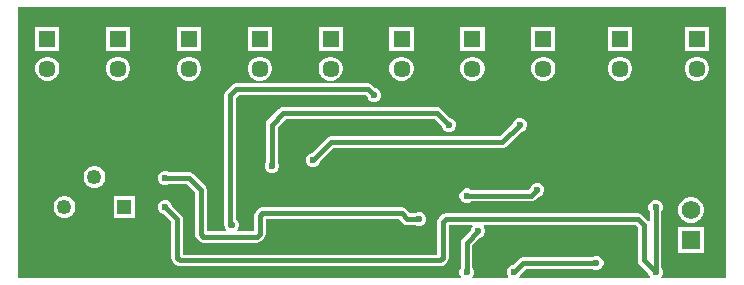
<source format=gbl>
G04*
G04 #@! TF.GenerationSoftware,Altium Limited,Altium Designer,24.1.2 (44)*
G04*
G04 Layer_Physical_Order=2*
G04 Layer_Color=16711680*
%FSLAX44Y44*%
%MOMM*%
G71*
G04*
G04 #@! TF.SameCoordinates,B03C8ABC-75B2-450B-B10A-4746C9E6A5EE*
G04*
G04*
G04 #@! TF.FilePolarity,Positive*
G04*
G01*
G75*
%ADD24C,1.2500*%
%ADD25R,1.2500X1.2500*%
%ADD26C,1.4500*%
%ADD27R,1.4500X1.4500*%
%ADD28C,1.5700*%
%ADD29R,1.5700X1.5700*%
%ADD30C,0.3810*%
%ADD31C,0.6000*%
G36*
X524999Y42929D02*
Y15000D01*
X525380Y13086D01*
X526464Y11464D01*
X534000Y3927D01*
Y3807D01*
X534913Y1601D01*
X535341Y1173D01*
X534855Y0D01*
X425145D01*
X424659Y1173D01*
X425087Y1601D01*
X426000Y3807D01*
Y3927D01*
X429977Y7904D01*
X486516D01*
X486601Y7818D01*
X488806Y6905D01*
X491194D01*
X493399Y7818D01*
X495087Y9506D01*
X496000Y11711D01*
Y14098D01*
X495087Y16304D01*
X493399Y17991D01*
X491194Y18905D01*
X488806D01*
X486601Y17991D01*
X486516Y17906D01*
X427905D01*
X425991Y17525D01*
X424369Y16441D01*
X418927Y11000D01*
X418806D01*
X416601Y10086D01*
X414913Y8399D01*
X414000Y6194D01*
Y3807D01*
X414913Y1601D01*
X415341Y1173D01*
X414855Y0D01*
X385145D01*
X384659Y1173D01*
X385087Y1601D01*
X386000Y3807D01*
Y6194D01*
X385087Y8399D01*
X385001Y8484D01*
Y27929D01*
X391073Y34000D01*
X391194D01*
X393399Y34913D01*
X395087Y36601D01*
X396000Y38807D01*
Y41193D01*
X395087Y43399D01*
X394660Y43826D01*
X395146Y44999D01*
X522929D01*
X524999Y42929D01*
D02*
G37*
G36*
X600000Y0D02*
X545145D01*
X544659Y1173D01*
X545087Y1601D01*
X546000Y3807D01*
Y6194D01*
X545087Y8399D01*
X545001Y8484D01*
Y56516D01*
X545087Y56601D01*
X546000Y58807D01*
Y61193D01*
X545087Y63399D01*
X543399Y65087D01*
X541194Y66000D01*
X538806D01*
X536601Y65087D01*
X534913Y63399D01*
X534000Y61193D01*
Y58807D01*
X534913Y56601D01*
X534999Y56516D01*
Y48633D01*
X533729Y48248D01*
X533536Y48536D01*
X528536Y53536D01*
X526914Y54620D01*
X525000Y55001D01*
X362232D01*
X360318Y54620D01*
X358695Y53536D01*
X356464Y51304D01*
X355380Y49682D01*
X354999Y47768D01*
Y20001D01*
X140001D01*
Y50000D01*
X139620Y51914D01*
X138536Y53536D01*
X130850Y61223D01*
Y61343D01*
X129937Y63549D01*
X128249Y65237D01*
X126044Y66150D01*
X123657D01*
X121451Y65237D01*
X119763Y63549D01*
X118850Y61343D01*
Y58956D01*
X119763Y56751D01*
X121451Y55064D01*
X123657Y54150D01*
X123777D01*
X129999Y47929D01*
Y17232D01*
X130380Y15318D01*
X131464Y13696D01*
X133696Y11464D01*
X135318Y10380D01*
X137232Y9999D01*
X357768D01*
X359682Y10380D01*
X361304Y11464D01*
X363536Y13696D01*
X364620Y15318D01*
X365001Y17232D01*
Y44999D01*
X384854D01*
X385340Y43826D01*
X384913Y43399D01*
X384000Y41193D01*
Y41073D01*
X376464Y33536D01*
X375380Y31914D01*
X374999Y30000D01*
Y8484D01*
X374913Y8399D01*
X374000Y6194D01*
Y3807D01*
X374913Y1601D01*
X375341Y1173D01*
X374855Y0D01*
X0D01*
Y230000D01*
X600000D01*
Y0D01*
D02*
G37*
%LPC*%
G36*
X585250Y212950D02*
X564750D01*
Y192450D01*
X585250D01*
Y212950D01*
D02*
G37*
G36*
X520250D02*
X499750D01*
Y192450D01*
X520250D01*
Y212950D01*
D02*
G37*
G36*
X455250D02*
X434750D01*
Y192450D01*
X455250D01*
Y212950D01*
D02*
G37*
G36*
X395250D02*
X374750D01*
Y192450D01*
X395250D01*
Y212950D01*
D02*
G37*
G36*
X335250D02*
X314750D01*
Y192450D01*
X335250D01*
Y212950D01*
D02*
G37*
G36*
X275250D02*
X254750D01*
Y192450D01*
X275250D01*
Y212950D01*
D02*
G37*
G36*
X215250D02*
X194750D01*
Y192450D01*
X215250D01*
Y212950D01*
D02*
G37*
G36*
X155250D02*
X134750D01*
Y192450D01*
X155250D01*
Y212950D01*
D02*
G37*
G36*
X95250D02*
X74750D01*
Y192450D01*
X95250D01*
Y212950D01*
D02*
G37*
G36*
X35250D02*
X14750D01*
Y192450D01*
X35250D01*
Y212950D01*
D02*
G37*
G36*
X576349Y187550D02*
X573651D01*
X571044Y186852D01*
X568706Y185502D01*
X566798Y183594D01*
X565448Y181256D01*
X564750Y178649D01*
Y175951D01*
X565448Y173344D01*
X566798Y171006D01*
X568706Y169098D01*
X571044Y167749D01*
X573651Y167050D01*
X576349D01*
X578956Y167749D01*
X581294Y169098D01*
X583202Y171006D01*
X584552Y173344D01*
X585250Y175951D01*
Y178649D01*
X584552Y181256D01*
X583202Y183594D01*
X581294Y185502D01*
X578956Y186852D01*
X576349Y187550D01*
D02*
G37*
G36*
X511349D02*
X508651D01*
X506044Y186852D01*
X503706Y185502D01*
X501798Y183594D01*
X500448Y181256D01*
X499750Y178649D01*
Y175951D01*
X500448Y173344D01*
X501798Y171006D01*
X503706Y169098D01*
X506044Y167749D01*
X508651Y167050D01*
X511349D01*
X513956Y167749D01*
X516294Y169098D01*
X518202Y171006D01*
X519552Y173344D01*
X520250Y175951D01*
Y178649D01*
X519552Y181256D01*
X518202Y183594D01*
X516294Y185502D01*
X513956Y186852D01*
X511349Y187550D01*
D02*
G37*
G36*
X446349D02*
X443651D01*
X441044Y186852D01*
X438706Y185502D01*
X436798Y183594D01*
X435448Y181256D01*
X434750Y178649D01*
Y175951D01*
X435448Y173344D01*
X436798Y171006D01*
X438706Y169098D01*
X441044Y167749D01*
X443651Y167050D01*
X446349D01*
X448956Y167749D01*
X451294Y169098D01*
X453202Y171006D01*
X454552Y173344D01*
X455250Y175951D01*
Y178649D01*
X454552Y181256D01*
X453202Y183594D01*
X451294Y185502D01*
X448956Y186852D01*
X446349Y187550D01*
D02*
G37*
G36*
X386349D02*
X383651D01*
X381044Y186852D01*
X378706Y185502D01*
X376798Y183594D01*
X375448Y181256D01*
X374750Y178649D01*
Y175951D01*
X375448Y173344D01*
X376798Y171006D01*
X378706Y169098D01*
X381044Y167749D01*
X383651Y167050D01*
X386349D01*
X388956Y167749D01*
X391294Y169098D01*
X393202Y171006D01*
X394552Y173344D01*
X395250Y175951D01*
Y178649D01*
X394552Y181256D01*
X393202Y183594D01*
X391294Y185502D01*
X388956Y186852D01*
X386349Y187550D01*
D02*
G37*
G36*
X326349D02*
X323651D01*
X321044Y186852D01*
X318706Y185502D01*
X316798Y183594D01*
X315448Y181256D01*
X314750Y178649D01*
Y175951D01*
X315448Y173344D01*
X316798Y171006D01*
X318706Y169098D01*
X321044Y167749D01*
X323651Y167050D01*
X326349D01*
X328956Y167749D01*
X331294Y169098D01*
X333202Y171006D01*
X334552Y173344D01*
X335250Y175951D01*
Y178649D01*
X334552Y181256D01*
X333202Y183594D01*
X331294Y185502D01*
X328956Y186852D01*
X326349Y187550D01*
D02*
G37*
G36*
X266349D02*
X263651D01*
X261044Y186852D01*
X258706Y185502D01*
X256798Y183594D01*
X255448Y181256D01*
X254750Y178649D01*
Y175951D01*
X255448Y173344D01*
X256798Y171006D01*
X258706Y169098D01*
X261044Y167749D01*
X263651Y167050D01*
X266349D01*
X268956Y167749D01*
X271294Y169098D01*
X273202Y171006D01*
X274551Y173344D01*
X275250Y175951D01*
Y178649D01*
X274551Y181256D01*
X273202Y183594D01*
X271294Y185502D01*
X268956Y186852D01*
X266349Y187550D01*
D02*
G37*
G36*
X206349D02*
X203651D01*
X201044Y186852D01*
X198706Y185502D01*
X196798Y183594D01*
X195448Y181256D01*
X194750Y178649D01*
Y175951D01*
X195448Y173344D01*
X196798Y171006D01*
X198706Y169098D01*
X201044Y167749D01*
X203651Y167050D01*
X206349D01*
X208956Y167749D01*
X211294Y169098D01*
X213202Y171006D01*
X214552Y173344D01*
X215250Y175951D01*
Y178649D01*
X214552Y181256D01*
X213202Y183594D01*
X211294Y185502D01*
X208956Y186852D01*
X206349Y187550D01*
D02*
G37*
G36*
X146349D02*
X143651D01*
X141044Y186852D01*
X138706Y185502D01*
X136798Y183594D01*
X135449Y181256D01*
X134750Y178649D01*
Y175951D01*
X135449Y173344D01*
X136798Y171006D01*
X138706Y169098D01*
X141044Y167749D01*
X143651Y167050D01*
X146349D01*
X148956Y167749D01*
X151294Y169098D01*
X153202Y171006D01*
X154551Y173344D01*
X155250Y175951D01*
Y178649D01*
X154551Y181256D01*
X153202Y183594D01*
X151294Y185502D01*
X148956Y186852D01*
X146349Y187550D01*
D02*
G37*
G36*
X86349D02*
X83651D01*
X81044Y186852D01*
X78706Y185502D01*
X76798Y183594D01*
X75448Y181256D01*
X74750Y178649D01*
Y175951D01*
X75448Y173344D01*
X76798Y171006D01*
X78706Y169098D01*
X81044Y167749D01*
X83651Y167050D01*
X86349D01*
X88956Y167749D01*
X91294Y169098D01*
X93202Y171006D01*
X94551Y173344D01*
X95250Y175951D01*
Y178649D01*
X94551Y181256D01*
X93202Y183594D01*
X91294Y185502D01*
X88956Y186852D01*
X86349Y187550D01*
D02*
G37*
G36*
X26349D02*
X23651D01*
X21044Y186852D01*
X18706Y185502D01*
X16798Y183594D01*
X15448Y181256D01*
X14750Y178649D01*
Y175951D01*
X15448Y173344D01*
X16798Y171006D01*
X18706Y169098D01*
X21044Y167749D01*
X23651Y167050D01*
X26349D01*
X28956Y167749D01*
X31294Y169098D01*
X33202Y171006D01*
X34551Y173344D01*
X35250Y175951D01*
Y178649D01*
X34551Y181256D01*
X33202Y183594D01*
X31294Y185502D01*
X28956Y186852D01*
X26349Y187550D01*
D02*
G37*
G36*
X296238Y165001D02*
X185000D01*
X183086Y164620D01*
X181464Y163536D01*
X176464Y158536D01*
X175380Y156914D01*
X174999Y155000D01*
Y45000D01*
X175125Y44364D01*
Y43807D01*
X175339Y43291D01*
X175380Y43086D01*
X175496Y42912D01*
X176039Y41601D01*
X176466Y41174D01*
X175980Y40001D01*
X160001D01*
Y75000D01*
X159620Y76914D01*
X158536Y78536D01*
X148536Y88536D01*
X146914Y89620D01*
X145000Y90001D01*
X128484D01*
X128399Y90087D01*
X126194Y91000D01*
X123806D01*
X121601Y90087D01*
X119914Y88399D01*
X119000Y86194D01*
Y83806D01*
X119914Y81601D01*
X121601Y79914D01*
X123806Y79000D01*
X126194D01*
X128399Y79914D01*
X128484Y79999D01*
X142928D01*
X149999Y72929D01*
Y37232D01*
X150380Y35318D01*
X151464Y33696D01*
X153696Y31464D01*
X155318Y30380D01*
X157232Y29999D01*
X202768D01*
X204682Y30380D01*
X206304Y31464D01*
X208536Y33696D01*
X209620Y35318D01*
X210001Y37232D01*
Y49999D01*
X322929D01*
X326464Y46464D01*
X328086Y45380D01*
X330000Y44999D01*
X336516D01*
X336601Y44913D01*
X338806Y44000D01*
X341194D01*
X343399Y44913D01*
X345087Y46601D01*
X346000Y48807D01*
Y51193D01*
X345087Y53399D01*
X343399Y55087D01*
X341194Y56000D01*
X338806D01*
X336601Y55087D01*
X336516Y55001D01*
X332071D01*
X328536Y58536D01*
X326914Y59620D01*
X325000Y60001D01*
X207232D01*
X205318Y59620D01*
X203696Y58536D01*
X201464Y56304D01*
X200380Y54682D01*
X199999Y52768D01*
Y40001D01*
X186271D01*
X185785Y41174D01*
X186212Y41601D01*
X187125Y43807D01*
Y46193D01*
X186212Y48399D01*
X185001Y49610D01*
Y152928D01*
X187071Y154999D01*
X294167D01*
X296164Y153001D01*
X296744Y151601D01*
X298432Y149913D01*
X300637Y149000D01*
X303024D01*
X305229Y149913D01*
X306917Y151601D01*
X307831Y153806D01*
Y156194D01*
X306917Y158399D01*
X305229Y160086D01*
X303024Y161000D01*
X302311D01*
X299774Y163536D01*
X298152Y164620D01*
X296238Y165001D01*
D02*
G37*
G36*
X355000Y145001D02*
X225000D01*
X223086Y144620D01*
X221464Y143536D01*
X211464Y133536D01*
X210380Y131914D01*
X209999Y130000D01*
Y98484D01*
X209913Y98399D01*
X209000Y96194D01*
Y93806D01*
X209913Y91601D01*
X211601Y89913D01*
X213806Y89000D01*
X216194D01*
X218399Y89913D01*
X220087Y91601D01*
X221000Y93806D01*
Y96194D01*
X220087Y98399D01*
X220001Y98484D01*
Y127928D01*
X227071Y134999D01*
X352929D01*
X359000Y128927D01*
Y128806D01*
X359913Y126601D01*
X361601Y124913D01*
X363806Y124000D01*
X366194D01*
X368399Y124913D01*
X370087Y126601D01*
X371000Y128806D01*
Y131194D01*
X370087Y133399D01*
X368399Y135086D01*
X366194Y136000D01*
X366073D01*
X358536Y143536D01*
X356914Y144620D01*
X355000Y145001D01*
D02*
G37*
G36*
X426194Y136000D02*
X423806D01*
X421601Y135086D01*
X419913Y133399D01*
X419000Y131194D01*
Y131073D01*
X407929Y120001D01*
X265000D01*
X263086Y119620D01*
X261464Y118536D01*
X248927Y106000D01*
X248806D01*
X246601Y105087D01*
X244914Y103399D01*
X244000Y101194D01*
Y98806D01*
X244914Y96601D01*
X246601Y94913D01*
X248806Y94000D01*
X251194D01*
X253399Y94913D01*
X255087Y96601D01*
X256000Y98806D01*
Y98927D01*
X267071Y109999D01*
X410000D01*
X411914Y110380D01*
X413536Y111464D01*
X426073Y124000D01*
X426194D01*
X428399Y124913D01*
X430087Y126601D01*
X431000Y128806D01*
Y131194D01*
X430087Y133399D01*
X428399Y135086D01*
X426194Y136000D01*
D02*
G37*
G36*
X66218Y94800D02*
X63782D01*
X61430Y94170D01*
X59320Y92952D01*
X57598Y91230D01*
X56380Y89120D01*
X55750Y86768D01*
Y84332D01*
X56380Y81980D01*
X57598Y79870D01*
X59320Y78148D01*
X61430Y76930D01*
X63782Y76300D01*
X66218D01*
X68570Y76930D01*
X70680Y78148D01*
X72402Y79870D01*
X73620Y81980D01*
X74250Y84332D01*
Y86768D01*
X73620Y89120D01*
X72402Y91230D01*
X70680Y92952D01*
X68570Y94170D01*
X66218Y94800D01*
D02*
G37*
G36*
X441194Y81000D02*
X438806D01*
X436601Y80087D01*
X434913Y78399D01*
X434334Y76999D01*
X432336Y75001D01*
X383484D01*
X383399Y75087D01*
X381194Y76000D01*
X378806D01*
X376601Y75087D01*
X374913Y73399D01*
X374000Y71193D01*
Y68807D01*
X374913Y66601D01*
X376601Y64914D01*
X378806Y64000D01*
X381194D01*
X383399Y64914D01*
X383484Y64999D01*
X434407D01*
X436321Y65380D01*
X437944Y66464D01*
X440480Y69000D01*
X441194D01*
X443399Y69913D01*
X445087Y71601D01*
X446000Y73807D01*
Y76193D01*
X445087Y78399D01*
X443399Y80087D01*
X441194Y81000D01*
D02*
G37*
G36*
X99650Y69400D02*
X81150D01*
Y50900D01*
X99650D01*
Y69400D01*
D02*
G37*
G36*
X40818D02*
X38382D01*
X36030Y68770D01*
X33920Y67552D01*
X32198Y65830D01*
X30980Y63720D01*
X30350Y61368D01*
Y58932D01*
X30980Y56580D01*
X32198Y54470D01*
X33920Y52748D01*
X36030Y51530D01*
X38382Y50900D01*
X40818D01*
X43170Y51530D01*
X45280Y52748D01*
X47002Y54470D01*
X48220Y56580D01*
X48850Y58932D01*
Y61368D01*
X48220Y63720D01*
X47002Y65830D01*
X45280Y67552D01*
X43170Y68770D01*
X40818Y69400D01*
D02*
G37*
G36*
X571428Y68550D02*
X568572D01*
X565812Y67811D01*
X563338Y66382D01*
X561318Y64362D01*
X559889Y61888D01*
X559150Y59128D01*
Y56272D01*
X559889Y53512D01*
X561318Y51038D01*
X563338Y49018D01*
X565812Y47589D01*
X568572Y46850D01*
X571428D01*
X574188Y47589D01*
X576662Y49018D01*
X578682Y51038D01*
X580111Y53512D01*
X580850Y56272D01*
Y59128D01*
X580111Y61888D01*
X578682Y64362D01*
X576662Y66382D01*
X574188Y67811D01*
X571428Y68550D01*
D02*
G37*
G36*
X580850Y43150D02*
X559150D01*
Y21450D01*
X580850D01*
Y43150D01*
D02*
G37*
%LPD*%
D24*
X65000Y85550D02*
D03*
X39600Y60150D02*
D03*
D25*
X90400D02*
D03*
D26*
X575000Y177300D02*
D03*
X510000D02*
D03*
X445000D02*
D03*
X385000D02*
D03*
X325000D02*
D03*
X265000D02*
D03*
X205000D02*
D03*
X145000D02*
D03*
X85000D02*
D03*
X25000D02*
D03*
D27*
X575000Y202700D02*
D03*
X510000D02*
D03*
X445000D02*
D03*
X385000D02*
D03*
X325000D02*
D03*
X265000D02*
D03*
X205000D02*
D03*
X145000D02*
D03*
X85000D02*
D03*
X25000D02*
D03*
D28*
X570000Y57700D02*
D03*
D29*
Y32300D02*
D03*
D30*
X530000Y15000D02*
X540000Y5000D01*
X530000Y15000D02*
Y45000D01*
X362232Y50000D02*
X525000D01*
X530000Y45000D01*
X360000Y47768D02*
X362232Y50000D01*
X360000Y17232D02*
Y47768D01*
X357768Y15000D02*
X360000Y17232D01*
X137232Y15000D02*
X357768D01*
X135000Y17232D02*
X137232Y15000D01*
X135000Y17232D02*
Y50000D01*
X124850Y60150D02*
X135000Y50000D01*
X157232Y35000D02*
X202768D01*
X155000Y37232D02*
Y75000D01*
Y37232D02*
X157232Y35000D01*
X434407Y70000D02*
X439407Y75000D01*
X380000Y70000D02*
X434407D01*
X439407Y75000D02*
X440000D01*
X540000Y5000D02*
Y60000D01*
X325000Y55000D02*
X330000Y50000D01*
X340000D01*
X207232Y55000D02*
X325000D01*
X205000Y52768D02*
X207232Y55000D01*
X205000Y37232D02*
Y52768D01*
X202768Y35000D02*
X205000Y37232D01*
X125000Y85000D02*
X145000D01*
X155000Y75000D01*
X380000Y30000D02*
X390000Y40000D01*
X380000Y5000D02*
Y30000D01*
X420000Y5000D02*
X427905Y12905D01*
X490000D01*
X301238Y155000D02*
X301831D01*
X180000Y45000D02*
Y155000D01*
X296238Y160000D02*
X301238Y155000D01*
X185000Y160000D02*
X296238D01*
X180000Y155000D02*
X185000Y160000D01*
X180000Y45000D02*
X181125D01*
X250000Y100000D02*
X265000Y115000D01*
X410000D01*
X425000Y130000D01*
X215000Y95000D02*
Y130000D01*
X225000Y140000D02*
X355000D01*
X215000Y130000D02*
X225000Y140000D01*
X355000D02*
X365000Y130000D01*
D31*
X124850Y60150D02*
D03*
X440000Y75000D02*
D03*
X540000Y60000D02*
D03*
X125000Y85000D02*
D03*
X340000Y50000D02*
D03*
X390000Y40000D02*
D03*
X380000Y5000D02*
D03*
Y70000D02*
D03*
X540000Y5000D02*
D03*
X490000Y12905D02*
D03*
X420000Y5000D02*
D03*
X181125Y45000D02*
D03*
X301831Y155000D02*
D03*
X250000Y100000D02*
D03*
X425000Y130000D02*
D03*
X215000Y95000D02*
D03*
X365000Y130000D02*
D03*
M02*

</source>
